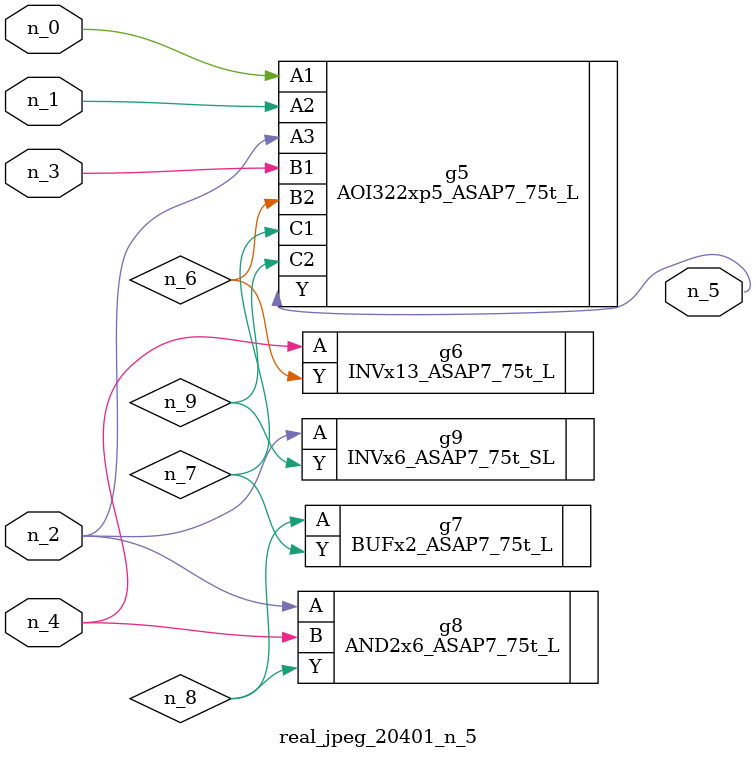
<source format=v>
module real_jpeg_20401_n_5 (n_4, n_0, n_1, n_2, n_3, n_5);

input n_4;
input n_0;
input n_1;
input n_2;
input n_3;

output n_5;

wire n_8;
wire n_6;
wire n_7;
wire n_9;

AOI322xp5_ASAP7_75t_L g5 ( 
.A1(n_0),
.A2(n_1),
.A3(n_2),
.B1(n_3),
.B2(n_6),
.C1(n_7),
.C2(n_9),
.Y(n_5)
);

AND2x6_ASAP7_75t_L g8 ( 
.A(n_2),
.B(n_4),
.Y(n_8)
);

INVx6_ASAP7_75t_SL g9 ( 
.A(n_2),
.Y(n_9)
);

INVx13_ASAP7_75t_L g6 ( 
.A(n_4),
.Y(n_6)
);

BUFx2_ASAP7_75t_L g7 ( 
.A(n_8),
.Y(n_7)
);


endmodule
</source>
